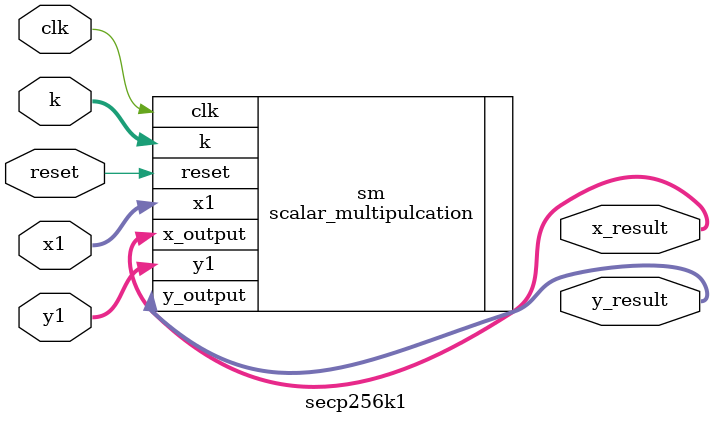
<source format=v>
module secp256k1(
    input [255:0] x1,
    input [255:0] y1,
    input [255:0] k, 
    output [255:0] x_result,
    output [255:0] y_result,
    input clk, 
    input reset
);

scalar_multipulcation sm(.x1(x1), .y1(y1), .k(k), .x_output(x_result), .y_output(y_result), .clk(clk), .reset(reset));


endmodule
</source>
